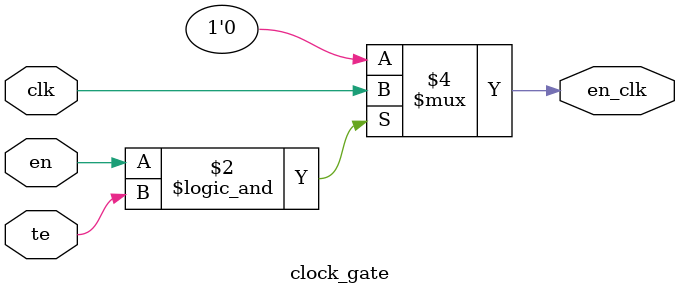
<source format=v>
module clock_gate (
    input clk,
    input en,
    input te,
    output reg en_clk
);

always @(*) begin
    if (en && te) begin
        en_clk = clk;
    end
    else begin
        en_clk = 1'b0;
    end
end

endmodule
</source>
